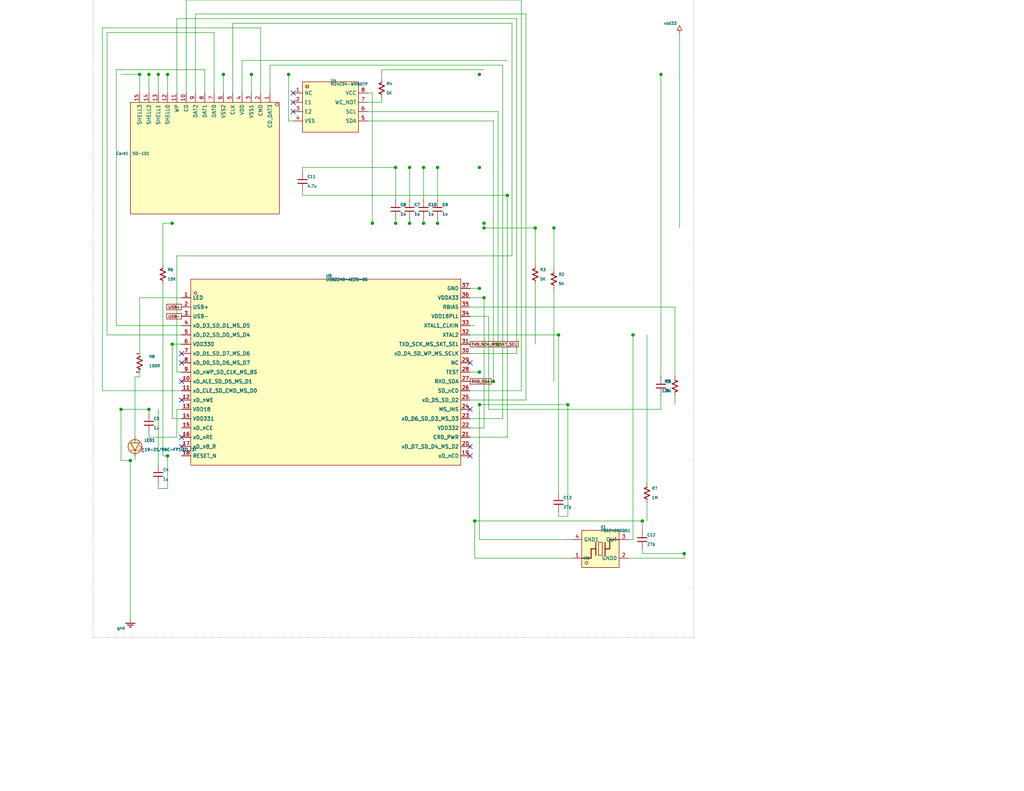
<source format=kicad_sch>
(kicad_sch (version 20230121) (generator jitx)
  (paper "A")
  (wire (pts (xy 73.66 25.4) (xy 73.66 24.13)) (stroke (width 0.127)))
  (wire (pts (xy 71.12 25.4) (xy 71.12 24.13)) (stroke (width 0.127)))
  (wire (pts (xy 68.58 25.4) (xy 68.58 24.13)) (stroke (width 0.127)))
  (wire (pts (xy 66.04 25.4) (xy 66.04 24.13)) (stroke (width 0.127)))
  (wire (pts (xy 63.5 25.4) (xy 63.5 24.13)) (stroke (width 0.127)))
  (wire (pts (xy 60.96 25.4) (xy 60.96 24.13)) (stroke (width 0.127)))
  (wire (pts (xy 58.42 25.4) (xy 58.42 24.13)) (stroke (width 0.127)))
  (wire (pts (xy 55.88 25.4) (xy 55.88 24.13)) (stroke (width 0.127)))
  (wire (pts (xy 53.34 25.4) (xy 53.34 24.13)) (stroke (width 0.127)))
  (wire (pts (xy 50.8 25.4) (xy 50.8 24.13)) (stroke (width 0.127)))
  (wire (pts (xy 48.26 25.4) (xy 48.26 24.13)) (stroke (width 0.127)))
  (wire (pts (xy 45.72 25.4) (xy 45.72 24.13)) (stroke (width 0.127)))
  (wire (pts (xy 43.18 25.4) (xy 43.18 24.13)) (stroke (width 0.127)))
  (wire (pts (xy 40.64 25.4) (xy 40.64 24.13)) (stroke (width 0.127)))
  (wire (pts (xy 38.1 25.4) (xy 38.1 24.13)) (stroke (width 0.127)))
  (wire (pts (xy 29.21 91.44) (xy 49.53 91.44)) (stroke (width 0.127)))
  (wire (pts (xy 29.21 8.89) (xy 58.42 8.89)) (stroke (width 0.127)))
  (wire (pts (xy 58.42 24.13) (xy 58.42 8.89)) (stroke (width 0.127)))
  (wire (pts (xy 29.21 91.44) (xy 29.21 8.89)) (stroke (width 0.127)))
  (wire (pts (xy 44.45 60.96) (xy 132.08 60.96)) (stroke (width 0.127)))
  (wire (pts (xy 128.27 81.28) (xy 132.08 81.28)) (stroke (width 0.127)))
  (wire (pts (xy 46.99 93.98) (xy 49.53 93.98)) (stroke (width 0.127)))
  (wire (pts (xy 46.99 114.3) (xy 49.53 114.3)) (stroke (width 0.127)))
  (wire (pts (xy 128.27 116.84) (xy 132.08 116.84)) (stroke (width 0.127)))
  (wire (pts (xy 104.14 19.05) (xy 132.08 19.05)) (stroke (width 0.127)))
  (wire (pts (xy 100.33 25.4) (xy 101.6 25.4)) (stroke (width 0.127)))
  (wire (pts (xy 185.42 62.23) (xy 185.42 8.89)) (stroke (width 0.127)))
  (wire (pts (xy 151.13 73.66) (xy 151.13 62.23)) (stroke (width 0.127)))
  (wire (pts (xy 146.05 72.39) (xy 146.05 62.23)) (stroke (width 0.127)))
  (wire (pts (xy 132.08 116.84) (xy 132.08 19.05)) (stroke (width 0.127)))
  (wire (pts (xy 119.38 60.96) (xy 119.38 59.69)) (stroke (width 0.127)))
  (wire (pts (xy 115.57 60.96) (xy 115.57 59.69)) (stroke (width 0.127)))
  (wire (pts (xy 111.76 60.96) (xy 111.76 59.69)) (stroke (width 0.127)))
  (wire (pts (xy 107.95 60.96) (xy 107.95 59.69)) (stroke (width 0.127)))
  (wire (pts (xy 104.14 21.59) (xy 104.14 19.05)) (stroke (width 0.127)))
  (wire (pts (xy 101.6 60.96) (xy 101.6 25.4)) (stroke (width 0.127)))
  (wire (pts (xy 46.99 114.3) (xy 46.99 60.96)) (stroke (width 0.127)))
  (wire (pts (xy 44.45 72.39) (xy 44.45 60.96)) (stroke (width 0.127)))
  (wire (pts (xy 132.08 62.23) (xy 185.42 62.23)) (stroke (width 0.127)))
  (wire (pts (xy 128.27 91.44) (xy 176.53 91.44)) (stroke (width 0.127)))
  (wire (pts (xy 171.45 147.32) (xy 172.72 147.32)) (stroke (width 0.127)))
  (wire (pts (xy 176.53 132.08) (xy 176.53 91.44)) (stroke (width 0.127)))
  (wire (pts (xy 172.72 147.32) (xy 172.72 91.44)) (stroke (width 0.127)))
  (wire (pts (xy 152.4 134.62) (xy 152.4 91.44)) (stroke (width 0.127)))
  (wire (pts (xy 48.26 69.85) (xy 139.7 69.85)) (stroke (width 0.127)))
  (wire (pts (xy 48.26 101.6) (xy 49.53 101.6)) (stroke (width 0.127)))
  (wire (pts (xy 63.5 6.35) (xy 139.7 6.35)) (stroke (width 0.127)))
  (wire (pts (xy 139.7 69.85) (xy 139.7 6.35)) (stroke (width 0.127)))
  (wire (pts (xy 63.5 24.13) (xy 63.5 6.35)) (stroke (width 0.127)))
  (wire (pts (xy 48.26 101.6) (xy 48.26 69.85)) (stroke (width 0.127)))
  (wire (pts (xy 44.45 124.46) (xy 49.53 124.46)) (stroke (width 0.127)))
  (wire (pts (xy 43.18 133.35) (xy 45.72 133.35)) (stroke (width 0.127)))
  (wire (pts (xy 45.72 133.35) (xy 45.72 124.46)) (stroke (width 0.127)))
  (wire (pts (xy 44.45 124.46) (xy 44.45 77.47)) (stroke (width 0.127)))
  (wire (pts (xy 43.18 133.35) (xy 43.18 132.08)) (stroke (width 0.127)))
  (wire (pts (xy 128.27 114.3) (xy 137.16 114.3)) (stroke (width 0.127)))
  (wire (pts (xy 73.66 17.78) (xy 137.16 17.78)) (stroke (width 0.127)))
  (wire (pts (xy 137.16 114.3) (xy 137.16 17.78)) (stroke (width 0.127)))
  (wire (pts (xy 73.66 24.13) (xy 73.66 17.78)) (stroke (width 0.127)))
  (wire (pts (xy 128.27 88.9) (xy 129.54 88.9)) (stroke (width 0.127)))
  (wire (pts (xy 129.54 142.24) (xy 176.53 142.24)) (stroke (width 0.127)))
  (wire (pts (xy 129.54 152.4) (xy 156.21 152.4)) (stroke (width 0.127)))
  (wire (pts (xy 176.53 142.24) (xy 176.53 137.16)) (stroke (width 0.127)))
  (wire (pts (xy 175.26 144.78) (xy 175.26 142.24)) (stroke (width 0.127)))
  (wire (pts (xy 129.54 152.4) (xy 129.54 88.9)) (stroke (width 0.127)))
  (wire (pts (xy 27.94 106.68) (xy 49.53 106.68)) (stroke (width 0.127)))
  (wire (pts (xy 27.94 7.62) (xy 71.12 7.62)) (stroke (width 0.127)))
  (wire (pts (xy 71.12 24.13) (xy 71.12 7.62)) (stroke (width 0.127)))
  (wire (pts (xy 27.94 106.68) (xy 27.94 7.62)) (stroke (width 0.127)))
  (wire (pts (xy 78.74 33.02) (xy 80.01 33.02)) (stroke (width 0.127)))
  (wire (pts (xy 82.55 45.72) (xy 130.81 45.72)) (stroke (width 0.127)))
  (wire (pts (xy 128.27 78.74) (xy 130.81 78.74)) (stroke (width 0.127)))
  (wire (pts (xy 33.02 111.76) (xy 43.18 111.76)) (stroke (width 0.127)))
  (wire (pts (xy 128.27 101.6) (xy 130.81 101.6)) (stroke (width 0.127)))
  (wire (pts (xy 130.81 110.49) (xy 184.15 110.49)) (stroke (width 0.127)))
  (wire (pts (xy 33.02 125.73) (xy 36.83 125.73)) (stroke (width 0.127)))
  (wire (pts (xy 152.4 140.97) (xy 154.94 140.97)) (stroke (width 0.127)))
  (wire (pts (xy 130.81 147.32) (xy 156.21 147.32)) (stroke (width 0.127)))
  (wire (pts (xy 175.26 151.13) (xy 186.69 151.13)) (stroke (width 0.127)))
  (wire (pts (xy 171.45 152.4) (xy 186.69 152.4)) (stroke (width 0.127)))
  (wire (pts (xy 33.02 20.32) (xy 186.69 20.32)) (stroke (width 0.127)))
  (wire (pts (xy 186.69 152.4) (xy 186.69 20.32)) (stroke (width 0.127)))
  (wire (pts (xy 184.15 110.49) (xy 184.15 107.95)) (stroke (width 0.127)))
  (wire (pts (xy 180.34 102.87) (xy 180.34 20.32)) (stroke (width 0.127)))
  (wire (pts (xy 175.26 151.13) (xy 175.26 149.86)) (stroke (width 0.127)))
  (wire (pts (xy 154.94 140.97) (xy 154.94 110.49)) (stroke (width 0.127)))
  (wire (pts (xy 152.4 140.97) (xy 152.4 139.7)) (stroke (width 0.127)))
  (wire (pts (xy 130.81 147.32) (xy 130.81 20.32)) (stroke (width 0.127)))
  (wire (pts (xy 119.38 54.61) (xy 119.38 45.72)) (stroke (width 0.127)))
  (wire (pts (xy 115.57 54.61) (xy 115.57 45.72)) (stroke (width 0.127)))
  (wire (pts (xy 111.76 54.61) (xy 111.76 45.72)) (stroke (width 0.127)))
  (wire (pts (xy 107.95 54.61) (xy 107.95 45.72)) (stroke (width 0.127)))
  (wire (pts (xy 82.55 46.99) (xy 82.55 45.72)) (stroke (width 0.127)))
  (wire (pts (xy 78.74 33.02) (xy 78.74 20.32)) (stroke (width 0.127)))
  (wire (pts (xy 68.58 24.13) (xy 68.58 20.32)) (stroke (width 0.127)))
  (wire (pts (xy 60.96 24.13) (xy 60.96 20.32)) (stroke (width 0.127)))
  (wire (pts (xy 45.72 24.13) (xy 45.72 20.32)) (stroke (width 0.127)))
  (wire (pts (xy 43.18 24.13) (xy 43.18 20.32)) (stroke (width 0.127)))
  (wire (pts (xy 43.18 127.0) (xy 43.18 111.76)) (stroke (width 0.127)))
  (wire (pts (xy 40.64 24.13) (xy 40.64 20.32)) (stroke (width 0.127)))
  (wire (pts (xy 40.64 113.03) (xy 40.64 111.76)) (stroke (width 0.127)))
  (wire (pts (xy 38.1 24.13) (xy 38.1 20.32)) (stroke (width 0.127)))
  (wire (pts (xy 36.83 125.73) (xy 36.83 124.46)) (stroke (width 0.127)))
  (wire (pts (xy 35.56 168.91) (xy 35.56 125.73)) (stroke (width 0.127)))
  (wire (pts (xy 33.02 125.73) (xy 33.02 20.32)) (stroke (width 0.127)))
  (wire (pts (xy 128.27 83.82) (xy 184.15 83.82)) (stroke (width 0.127)))
  (wire (pts (xy 184.15 102.87) (xy 184.15 83.82)) (stroke (width 0.127)))
  (wire (pts (xy 100.33 33.02) (xy 134.62 33.02)) (stroke (width 0.127)))
  (wire (pts (xy 128.27 104.14) (xy 151.13 104.14)) (stroke (width 0.127)))
  (wire (pts (xy 151.13 104.14) (xy 151.13 78.74)) (stroke (width 0.127)))
  (wire (pts (xy 134.62 104.14) (xy 134.62 33.02)) (stroke (width 0.127)))
  (wire (pts (xy 38.1 81.28) (xy 49.53 81.28)) (stroke (width 0.127)))
  (wire (pts (xy 38.1 96.52) (xy 38.1 81.28)) (stroke (width 0.127)))
  (wire (pts (xy 128.27 96.52) (xy 140.97 96.52)) (stroke (width 0.127)))
  (wire (pts (xy 48.26 5.08) (xy 140.97 5.08)) (stroke (width 0.127)))
  (wire (pts (xy 140.97 96.52) (xy 140.97 5.08)) (stroke (width 0.127)))
  (wire (pts (xy 48.26 24.13) (xy 48.26 5.08)) (stroke (width 0.127)))
  (wire (pts (xy 128.27 86.36) (xy 133.35 86.36)) (stroke (width 0.127)))
  (wire (pts (xy 133.35 111.76) (xy 180.34 111.76)) (stroke (width 0.127)))
  (wire (pts (xy 180.34 111.76) (xy 180.34 107.95)) (stroke (width 0.127)))
  (wire (pts (xy 133.35 111.76) (xy 133.35 86.36)) (stroke (width 0.127)))
  (wire (pts (xy 128.27 106.68) (xy 142.24 106.68)) (stroke (width 0.127)))
  (wire (pts (xy 50.8 0.0) (xy 142.24 0.0)) (stroke (width 0.127)))
  (wire (pts (xy 142.24 106.68) (xy 142.24 0.0)) (stroke (width 0.127)))
  (wire (pts (xy 50.8 24.13) (xy 50.8 0.0)) (stroke (width 0.127)))
  (wire (pts (xy 36.83 102.87) (xy 38.1 102.87)) (stroke (width 0.127)))
  (wire (pts (xy 38.1 102.87) (xy 38.1 101.6)) (stroke (width 0.127)))
  (wire (pts (xy 36.83 119.38) (xy 36.83 102.87)) (stroke (width 0.127)))
  (wire (pts (xy 82.55 53.34) (xy 138.43 53.34)) (stroke (width 0.127)))
  (wire (pts (xy 128.27 119.38) (xy 138.43 119.38)) (stroke (width 0.127)))
  (wire (pts (xy 66.04 16.51) (xy 138.43 16.51)) (stroke (width 0.127)))
  (wire (pts (xy 138.43 119.38) (xy 138.43 16.51)) (stroke (width 0.127)))
  (wire (pts (xy 82.55 53.34) (xy 82.55 52.07)) (stroke (width 0.127)))
  (wire (pts (xy 66.04 24.13) (xy 66.04 16.51)) (stroke (width 0.127)))
  (wire (pts (xy 128.27 109.22) (xy 143.51 109.22)) (stroke (width 0.127)))
  (wire (pts (xy 53.34 3.81) (xy 143.51 3.81)) (stroke (width 0.127)))
  (wire (pts (xy 143.51 109.22) (xy 143.51 3.81)) (stroke (width 0.127)))
  (wire (pts (xy 53.34 24.13) (xy 53.34 3.81)) (stroke (width 0.127)))
  (wire (pts (xy 100.33 30.48) (xy 135.89 30.48)) (stroke (width 0.127)))
  (wire (pts (xy 128.27 93.98) (xy 146.05 93.98)) (stroke (width 0.127)))
  (wire (pts (xy 146.05 93.98) (xy 146.05 77.47)) (stroke (width 0.127)))
  (wire (pts (xy 135.89 93.98) (xy 135.89 30.48)) (stroke (width 0.127)))
  (wire (pts (xy 48.26 111.76) (xy 49.53 111.76)) (stroke (width 0.127)))
  (wire (pts (xy 40.64 119.38) (xy 48.26 119.38)) (stroke (width 0.127)))
  (wire (pts (xy 48.26 119.38) (xy 48.26 111.76)) (stroke (width 0.127)))
  (wire (pts (xy 40.64 119.38) (xy 40.64 118.11)) (stroke (width 0.127)))
  (wire (pts (xy 31.75 88.9) (xy 49.53 88.9)) (stroke (width 0.127)))
  (wire (pts (xy 31.75 19.05) (xy 55.88 19.05)) (stroke (width 0.127)))
  (wire (pts (xy 55.88 24.13) (xy 55.88 19.05)) (stroke (width 0.127)))
  (wire (pts (xy 31.75 88.9) (xy 31.75 19.05)) (stroke (width 0.127)))
  (wire (pts (xy 100.33 27.94) (xy 104.14 27.94)) (stroke (width 0.127)))
  (wire (pts (xy 104.14 27.94) (xy 104.14 26.67)) (stroke (width 0.127)))
  (polyline (pts (xy 25.4 -2.54) (xy 189.23 -2.54)) (stroke (width 0.127) (type dot)))
  (polyline (pts (xy 25.4 173.99) (xy 189.23 173.99)) (stroke (width 0.127) (type dot)))
  (polyline (pts (xy 25.4 173.99) (xy 25.4 -2.54)) (stroke (width 0.127) (type dot)))
  (polyline (pts (xy 189.23 173.99) (xy 189.23 -2.54)) (stroke (width 0.127) (type dot)))
  (junction (at 132.08 60.96) (diameter 0.762))
  (junction (at 119.38 60.96) (diameter 0.762))
  (junction (at 115.57 60.96) (diameter 0.762))
  (junction (at 111.76 60.96) (diameter 0.762))
  (junction (at 107.95 60.96) (diameter 0.762))
  (junction (at 101.6 60.96) (diameter 0.762))
  (junction (at 46.99 60.96) (diameter 0.762))
  (junction (at 132.08 81.28) (diameter 0.762))
  (junction (at 46.99 93.98) (diameter 0.762))
  (junction (at 151.13 62.23) (diameter 0.762))
  (junction (at 146.05 62.23) (diameter 0.762))
  (junction (at 132.08 62.23) (diameter 0.762))
  (junction (at 172.72 91.44) (diameter 0.762))
  (junction (at 152.4 91.44) (diameter 0.762))
  (junction (at 45.72 124.46) (diameter 0.762))
  (junction (at 175.26 142.24) (diameter 0.762))
  (junction (at 129.54 142.24) (diameter 0.762))
  (junction (at 130.81 45.72) (diameter 0.762))
  (junction (at 119.38 45.72) (diameter 0.762))
  (junction (at 115.57 45.72) (diameter 0.762))
  (junction (at 111.76 45.72) (diameter 0.762))
  (junction (at 107.95 45.72) (diameter 0.762))
  (junction (at 130.81 78.74) (diameter 0.762))
  (junction (at 40.64 111.76) (diameter 0.762))
  (junction (at 33.02 111.76) (diameter 0.762))
  (junction (at 130.81 101.6) (diameter 0.762))
  (junction (at 154.94 110.49) (diameter 0.762))
  (junction (at 130.81 110.49) (diameter 0.762))
  (junction (at 35.56 125.73) (diameter 0.762))
  (junction (at 186.69 151.13) (diameter 0.762))
  (junction (at 180.34 20.32) (diameter 0.762))
  (junction (at 130.81 20.32) (diameter 0.762))
  (junction (at 78.74 20.32) (diameter 0.762))
  (junction (at 68.58 20.32) (diameter 0.762))
  (junction (at 60.96 20.32) (diameter 0.762))
  (junction (at 45.72 20.32) (diameter 0.762))
  (junction (at 43.18 20.32) (diameter 0.762))
  (junction (at 40.64 20.32) (diameter 0.762))
  (junction (at 38.1 20.32) (diameter 0.762))
  (junction (at 134.62 104.14) (diameter 0.762))
  (junction (at 138.43 53.34) (diameter 0.762))
  (junction (at 135.89 93.98) (diameter 0.762))
  (no_connect (at 80.01 25.4))
  (no_connect (at 80.01 27.94))
  (no_connect (at 80.01 30.48))
  (no_connect (at 49.53 96.52))
  (no_connect (at 49.53 99.06))
  (no_connect (at 49.53 104.14))
  (no_connect (at 49.53 109.22))
  (no_connect (at 49.53 119.38))
  (no_connect (at 49.53 121.92))
  (no_connect (at 128.27 124.46))
  (no_connect (at 128.27 121.92))
  (no_connect (at 128.27 111.76))
  (no_connect (at 128.27 99.06))
  (global_label "USB-" (shape passive) (at 49.53 86.36 180) (effects (font (size 0.762 0.762))))
  (global_label "TXD_SCK_MS_SKT_SEL" (shape passive) (at 128.27 93.98 0) (effects (font (size 0.762 0.762))))
  (global_label "RXD_SDA" (shape passive) (at 128.27 104.14 0) (effects (font (size 0.762 0.762))))
  (global_label "USB+" (shape passive) (at 49.53 83.82 180) (effects (font (size 0.762 0.762))))
  (label "data" (at 25.4 -2.54 0) (effects (font (size 0.762 0.762))))
  (symbol (lib_id "C174142") (at 38.1 99.06 0.0) (unit 1)
    (property "Reference" "R8" (at 40.64 97.79 0.0) (effects (font (size 0.762 0.762)) (justify left bottom)))
    (property "Value" "100R" (at 40.64 100.33 0.0) (effects (font (size 0.762 0.762)) (justify left bottom)))
    (property "Footprint" "jitx-design:R0402" (effects hide))
    (property "Datasheet" "https://datasheet.lcsc.com/lcsc/1810251713_HKR-Hong-Kong-Resistors-RCT02100RJLF_C174142.pdf" (effects hide))
    (property "Name" "status-led_ballast-res" (effects hide))
    (property "Description" "62.5mW ±5% 100Ω 0402  Chip Resistor - Surface Mount ROHS" (effects hide))
    (property "Manufacturer" "HKR(Hong Kong Resistors)" (effects hide))
    (property "MPN" "RCT02100RJLF" (effects hide))
    (property "Reference-prefix" "R" (effects hide))
    (property "LCSC" "C174142" (effects hide))
  )
  (symbol (lib_id "my_capacitor_3") (at 152.4 137.16 0.0) (unit 1)
    (property "Reference" "C13" (at 153.67 135.89 0.0) (effects (font (size 0.762 0.762)) (justify left)))
    (property "Value" "27p" (at 153.67 138.43 0.0) (effects (font (size 0.762 0.762)) (justify left)))
    (property "Footprint" "jitx-design:Pkg0402_4" (effects hide))
    (property "Datasheet" "https://api.kemet.com/component-edge/download/datasheet/C0402C270J5GACTU.pdf" (effects hide))
    (property "Name" "media-controller_cap" (effects hide))
    (property "Manufacturer" "KEMET" (effects hide))
    (property "MPN" "C0402C270J5GACTU" (effects hide))
    (property "Reference-prefix" "C" (effects hide))
    (property "LCSC" "C2169825" (effects hide))
  )
  (symbol (lib_id "C118280") (at 90.17 29.21 0.0) (unit 1)
    (property "Reference" "U4" (at 90.17 22.3999923799848 0.0) (effects (font (size 0.762 0.762)) (justify left bottom)))
    (property "Value" "M24C04-WMN6TP" (at 90.17 23.3999923799848 0.0) (effects (font (size 0.762 0.762)) (justify left bottom)))
    (property "Footprint" "jitx-design:SOIC_8_L4_9_W3_9_P1_27_LS6_0_BL" (effects hide))
    (property "Datasheet" "https://datasheet.lcsc.com/lcsc/1809151914_STMicroelectronics-M24C04-WMN6TP_C118280.pdf" (effects hide))
    (property "Name" "eeprom_eeprom" (effects hide))
    (property "Description" "4Kbit I2C SOIC-8  EEPROM ROHS" (effects hide))
    (property "Manufacturer" "STMicroelectronics" (effects hide))
    (property "MPN" "M24C04-WMN6TP" (effects hide))
    (property "Reference-prefix" "U" (effects hide))
    (property "LCSC" "C118280" (effects hide))
  )
  (symbol (lib_id "my_resistor_3") (at 176.53 134.62 0.0) (unit 1)
    (property "Reference" "R7" (at 177.8 133.35 0.0) (effects (font (size 0.762 0.762)) (justify left)))
    (property "Value" "1M" (at 177.8 135.89 0.0) (effects (font (size 0.762 0.762)) (justify left)))
    (property "Footprint" "jitx-design:Pkg0402" (effects hide))
    (property "Datasheet" "http://www.calchipelectronics.com/pdf/rm_series.pdf" (effects hide))
    (property "Name" "media-controller_rid" (effects hide))
    (property "Description" "RES SMD 1M OHM 1% 1/16W 0402" (effects hide))
    (property "Manufacturer" "CAL-CHIP ELECTRONICS, INC." (effects hide))
    (property "MPN" "RM04F1004CT" (effects hide))
    (property "Reference-prefix" "R" (effects hide))
    (property "LCSC" "C4148816" (effects hide))
  )
  (symbol (lib_id "my_capacitor_2") (at 82.55 49.53 0.0) (unit 1)
    (property "Reference" "C11" (at 83.82 48.26 0.0) (effects (font (size 0.762 0.762)) (justify left)))
    (property "Value" "4.7u" (at 83.82 50.8 0.0) (effects (font (size 0.762 0.762)) (justify left)))
    (property "Footprint" "jitx-design:Pkg0402_1" (effects hide))
    (property "Datasheet" "http://www.calchipelectronics.com/pdf/gmc_series.pdf" (effects hide))
    (property "Name" "media-controller_cap" (effects hide))
    (property "Manufacturer" "CAL-CHIP ELECTRONICS, INC." (effects hide))
    (property "MPN" "GMC04X5R475M6R3NT" (effects hide))
    (property "Reference-prefix" "C" (effects hide))
    (property "LCSC" "C3880325" (effects hide))
  )
  (symbol (lib_id "my_capacitor_4") (at 111.76 57.15 0.0) (unit 1)
    (property "Reference" "C7" (at 113.03 55.88 0.0) (effects (font (size 0.762 0.762)) (justify left)))
    (property "Value" "1u" (at 113.03 58.42 0.0) (effects (font (size 0.762 0.762)) (justify left)))
    (property "Footprint" "jitx-design:Pkg0402_4" (effects hide))
    (property "Datasheet" "https://page.venkel.com/hubfs/Resources/Datasheets/C-Series.pdf" (effects hide))
    (property "Name" "media-controller_cap" (effects hide))
    (property "Manufacturer" "Venkel" (effects hide))
    (property "MPN" "C0402X5R250-105MNP" (effects hide))
    (property "Reference-prefix" "C" (effects hide))
    (property "LCSC" "C3853687" (effects hide))
  )
  (symbol (lib_id "my_resistor") (at 44.45 74.93 0.0) (unit 1)
    (property "Reference" "R6" (at 45.72 73.66 0.0) (effects (font (size 0.762 0.762)) (justify left)))
    (property "Value" "10K" (at 45.72 76.2 0.0) (effects (font (size 0.762 0.762)) (justify left)))
    (property "Footprint" "jitx-design:Pkg0402_2" (effects hide))
    (property "Datasheet" "https://page.venkel.com/hubfs/Resources/Datasheets/TFCR-Series.pdf" (effects hide))
    (property "Name" "media-controller_rid" (effects hide))
    (property "Description" "RES 10K OHM 1% 1/16W 0402" (effects hide))
    (property "Manufacturer" "Venkel" (effects hide))
    (property "MPN" "TFCR0402-16W-E-1002FT" (effects hide))
    (property "Reference-prefix" "R" (effects hide))
    (property "LCSC" "C4101506" (effects hide))
  )
  (symbol (lib_id "my_resistor_4") (at 104.14 24.13 0.0) (unit 1)
    (property "Reference" "R4" (at 105.41 22.86 0.0) (effects (font (size 0.762 0.762)) (justify left)))
    (property "Value" "5K" (at 105.41 25.4 0.0) (effects (font (size 0.762 0.762)) (justify left)))
    (property "Footprint" "jitx-design:Pkg0402" (effects hide))
    (property "Datasheet" "https://www.yageo.com/upload/media/product/productsearch/datasheet/rchip/PYu-RC_Group_51_RoHS_L_11.pdf" (effects hide))
    (property "Name" "eeprom_rid" (effects hide))
    (property "Description" "RES SMD 5K OHM 1% 1/16W 0402" (effects hide))
    (property "Manufacturer" "YAGEO" (effects hide))
    (property "MPN" "RC0402FR-075KL" (effects hide))
    (property "Reference-prefix" "R" (effects hide))
    (property "LCSC" "C477765" (effects hide))
  )
  (symbol (lib_id "my_capacitor_12") (at 175.26 147.32 0.0) (unit 1)
    (property "Reference" "C12" (at 176.53 146.05 0.0) (effects (font (size 0.762 0.762)) (justify left)))
    (property "Value" "27p" (at 176.53 148.59 0.0) (effects (font (size 0.762 0.762)) (justify left)))
    (property "Footprint" "jitx-design:Pkg0402_4" (effects hide))
    (property "Datasheet" "https://api.kemet.com/component-edge/download/datasheet/C0402C270J5GACTU.pdf" (effects hide))
    (property "Name" "media-controller_cap" (effects hide))
    (property "Manufacturer" "KEMET" (effects hide))
    (property "MPN" "C0402C270J5GACTU" (effects hide))
    (property "Reference-prefix" "C" (effects hide))
    (property "LCSC" "C2169825" (effects hide))
  )
  (symbol (lib_id "my_capacitor_11") (at 115.57 57.15 0.0) (unit 1)
    (property "Reference" "C10" (at 116.84 55.88 0.0) (effects (font (size 0.762 0.762)) (justify left)))
    (property "Value" "1u" (at 116.84 58.42 0.0) (effects (font (size 0.762 0.762)) (justify left)))
    (property "Footprint" "jitx-design:Pkg0402_4" (effects hide))
    (property "Datasheet" "https://page.venkel.com/hubfs/Resources/Datasheets/C-Series.pdf" (effects hide))
    (property "Name" "media-controller_cap" (effects hide))
    (property "Manufacturer" "Venkel" (effects hide))
    (property "MPN" "C0402X5R250-105MNP" (effects hide))
    (property "Reference-prefix" "C" (effects hide))
    (property "LCSC" "C3853687" (effects hide))
  )
  (symbol (lib_id "my_capacitor") (at 180.34 105.41 0.0) (unit 1)
    (property "Reference" "C6" (at 181.61 104.14 0.0) (effects (font (size 0.762 0.762)) (justify left)))
    (property "Value" "1u" (at 181.61 106.68 0.0) (effects (font (size 0.762 0.762)) (justify left)))
    (property "Footprint" "jitx-design:Pkg0402_4" (effects hide))
    (property "Datasheet" "https://search.murata.co.jp/Ceramy/image/img/A01X/G101/ENG/GRM155C81E105ME11-01.pdf" (effects hide))
    (property "Name" "media-controller_cap" (effects hide))
    (property "Manufacturer" "Murata Electronics" (effects hide))
    (property "MPN" "GRM155C81E105ME11D" (effects hide))
    (property "Reference-prefix" "C" (effects hide))
    (property "LCSC" "C783277" (effects hide))
  )
  (symbol (lib_id "my_resistor_6") (at 184.15 105.41 180.0) (unit 1)
    (property "Reference" "R5" (at 182.88 104.14 0.0) (effects (font (size 0.762 0.762)) (justify left)))
    (property "Value" "12K" (at 182.88 106.68 0.0) (effects (font (size 0.762 0.762)) (justify left)))
    (property "Footprint" "jitx-design:Pkg0402_3" (effects hide))
    (property "Datasheet" "https://www.yageo.com/upload/media/product/productsearch/datasheet/rchip/PYu-AF_51_RoHS_L_6.pdf" (effects hide))
    (property "Name" "media-controller_rid" (effects hide))
    (property "Description" "RES SMD 12K OHM 1% 1/16W 0402" (effects hide))
    (property "Manufacturer" "YAGEO" (effects hide))
    (property "MPN" "AF0402FR-0712KL" (effects hide))
    (property "Reference-prefix" "R" (effects hide))
    (property "LCSC" "C1882582" (effects hide))
  )
  (symbol (lib_id "C633328") (at 88.9 101.6 0.0) (unit 1)
    (property "Reference" "U5" (at 88.9 75.7399542799085 0.0) (effects (font (size 0.762 0.762)) (justify left bottom)))
    (property "Value" "USB2240-AEZG-06" (at 88.9 76.7399542799085 0.0) (effects (font (size 0.762 0.762)) (justify left bottom)))
    (property "Footprint" "jitx-design:QFN_36_L6_0_W6_0_P0_50_TL_EP4_1" (effects hide))
    (property "Datasheet" "https://datasheet.lcsc.com/lcsc/2202140030_Microchip-Tech-USB2240-AEZG-06_C633328.pdf" (effects hide))
    (property "Name" "media-controller_usb2240" (effects hide))
    (property "Description" " QFN-36-EP(6x6)  Interface - Specialized ROHS" (effects hide))
    (property "Manufacturer" "Microchip Tech" (effects hide))
    (property "MPN" "USB2240-AEZG-06" (effects hide))
    (property "Reference-prefix" "U" (effects hide))
    (property "LCSC" "C633328" (effects hide))
  )
  (symbol (lib_id "my_resistor_2") (at 146.05 74.93 0.0) (unit 1)
    (property "Reference" "R3" (at 147.32 73.66 0.0) (effects (font (size 0.762 0.762)) (justify left)))
    (property "Value" "5K" (at 147.32 76.2 0.0) (effects (font (size 0.762 0.762)) (justify left)))
    (property "Footprint" "jitx-design:Pkg0402" (effects hide))
    (property "Datasheet" "https://www.yageo.com/upload/media/product/productsearch/datasheet/rchip/PYu-RC_Group_51_RoHS_L_11.pdf" (effects hide))
    (property "Name" "eeprom_rid" (effects hide))
    (property "Description" "RES SMD 5K OHM 1% 1/16W 0402" (effects hide))
    (property "Manufacturer" "YAGEO" (effects hide))
    (property "MPN" "RC0402FR-075KL" (effects hide))
    (property "Reference-prefix" "R" (effects hide))
    (property "LCSC" "C477765" (effects hide))
  )
  (symbol (lib_id "LED_maker_ROYGBIV") (at 36.83 121.92 0.0) (unit 1)
    (property "Reference" "LED1" (at 39.37 120.65 0.0) (effects (font (size 0.762 0.762)) (justify left bottom)))
    (property "Value" "19-21/R6C-FP1Q2L/3T" (at 39.37 123.19 0.0) (effects (font (size 0.762 0.762)) (justify left bottom)))
    (property "Footprint" "jitx-design:Pkg0603" (effects hide))
    (property "Name" "status-led_led" (effects hide))
    (property "Description" "Everlight Elec 0603 various color SMD LEDs" (effects hide))
    (property "Manufacturer" "Everlight Elec" (effects hide))
    (property "MPN" "19-21/R6C-FP1Q2L/3T" (effects hide))
    (property "Reference-prefix" "LED" (effects hide))
    (property "LCSC" "C93128" (effects hide))
  )
  (symbol (lib_id "C266601") (at 55.88 41.91 270.0) (unit 1)
    (property "Reference" "Card1" (at 35.0999644399289 41.91 90.0) (effects (font (size 0.762 0.762)) (justify right)))
    (property "Value" "SD-101" (at 36.0999644399289 41.91 90.0) (effects (font (size 0.762 0.762)) (justify left)))
    (property "Footprint" "jitx-design:SD_SMD_SD_101" (effects hide))
    (property "Datasheet" "https://datasheet.lcsc.com/lcsc/2109061830_XUNPU-SD-101_C266601.pdf" (effects hide))
    (property "Name" "sd-connector_sd" (effects hide))
    (property "Description" "-25℃~+85℃ 2.8mm silver Deck Standard SD card 260℃ C5191 Pluggable SMD  SD Card Connectors ROHS" (effects hide))
    (property "Manufacturer" "XUNPU" (effects hide))
    (property "MPN" "SD-101" (effects hide))
    (property "Reference-prefix" "Card" (effects hide))
    (property "LCSC" "C266601" (effects hide))
  )
  (symbol (lib_id "C654991") (at 163.83 149.86 0.0) (unit 1)
    (property "Reference" "X1" (at 163.83 144.31999491999 0.0) (effects (font (size 0.762 0.762)) (justify left bottom)))
    (property "Value" "7B024000Q01" (at 163.83 145.31999491999 0.0) (effects (font (size 0.762 0.762)) (justify left bottom)))
    (property "Footprint" "jitx-design:CRYSTAL_SMD_4P_L3_2_W2_5_BL" (effects hide))
    (property "Datasheet" "https://datasheet.lcsc.com/lcsc/2202231530_HD-7B024000Q01_C654991.pdf" (effects hide))
    (property "Name" "media-controller_xtal" (effects hide))
    (property "Description" "24MHz SMD Crystal Resonator 18pF ±10ppm ±20ppm SMD3225-4P  Crystals ROHS" (effects hide))
    (property "Manufacturer" "HD" (effects hide))
    (property "MPN" "7B024000Q01" (effects hide))
    (property "Reference-prefix" "X" (effects hide))
    (property "LCSC" "C654991" (effects hide))
  )
  (symbol (lib_id "my_capacitor_8") (at 119.38 57.15 0.0) (unit 1)
    (property "Reference" "C9" (at 120.65 55.88 0.0) (effects (font (size 0.762 0.762)) (justify left)))
    (property "Value" "1u" (at 120.65 58.42 0.0) (effects (font (size 0.762 0.762)) (justify left)))
    (property "Footprint" "jitx-design:Pkg0402_4" (effects hide))
    (property "Datasheet" "https://page.venkel.com/hubfs/Resources/Datasheets/C-Series.pdf" (effects hide))
    (property "Name" "media-controller_cap" (effects hide))
    (property "Manufacturer" "Venkel" (effects hide))
    (property "MPN" "C0402X5R250-105MNP" (effects hide))
    (property "Reference-prefix" "C" (effects hide))
    (property "LCSC" "C3853687" (effects hide))
  )
  (symbol (lib_id "my_capacitor_9") (at 40.64 115.57 0.0) (unit 1)
    (property "Reference" "C5" (at 41.91 114.3 0.0) (effects (font (size 0.762 0.762)) (justify left)))
    (property "Value" "1u" (at 41.91 116.84 0.0) (effects (font (size 0.762 0.762)) (justify left)))
    (property "Footprint" "jitx-design:Pkg0402_4" (effects hide))
    (property "Datasheet" "https://search.murata.co.jp/Ceramy/image/img/A01X/G101/ENG/GRM155C81E105ME11-01.pdf" (effects hide))
    (property "Name" "media-controller_cap" (effects hide))
    (property "Manufacturer" "Murata Electronics" (effects hide))
    (property "MPN" "GRM155C81E105ME11D" (effects hide))
    (property "Reference-prefix" "C" (effects hide))
    (property "LCSC" "C783277" (effects hide))
  )
  (symbol (lib_id "my_resistor_1") (at 151.13 76.2 0.0) (unit 1)
    (property "Reference" "R2" (at 152.4 74.93 0.0) (effects (font (size 0.762 0.762)) (justify left)))
    (property "Value" "5K" (at 152.4 77.47 0.0) (effects (font (size 0.762 0.762)) (justify left)))
    (property "Footprint" "jitx-design:Pkg0402" (effects hide))
    (property "Datasheet" "https://www.yageo.com/upload/media/product/productsearch/datasheet/rchip/PYu-RC_Group_51_RoHS_L_11.pdf" (effects hide))
    (property "Name" "eeprom_rid" (effects hide))
    (property "Description" "RES SMD 5K OHM 1% 1/16W 0402" (effects hide))
    (property "Manufacturer" "YAGEO" (effects hide))
    (property "MPN" "RC0402FR-075KL" (effects hide))
    (property "Reference-prefix" "R" (effects hide))
    (property "LCSC" "C477765" (effects hide))
  )
  (symbol (lib_id "my_capacitor_6") (at 107.95 57.15 0.0) (unit 1)
    (property "Reference" "C8" (at 109.22 55.88 0.0) (effects (font (size 0.762 0.762)) (justify left)))
    (property "Value" "1u" (at 109.22 58.42 0.0) (effects (font (size 0.762 0.762)) (justify left)))
    (property "Footprint" "jitx-design:Pkg0402_4" (effects hide))
    (property "Datasheet" "https://page.venkel.com/hubfs/Resources/Datasheets/C-Series.pdf" (effects hide))
    (property "Name" "media-controller_cap" (effects hide))
    (property "Manufacturer" "Venkel" (effects hide))
    (property "MPN" "C0402X5R250-105MNP" (effects hide))
    (property "Reference-prefix" "C" (effects hide))
    (property "LCSC" "C3853687" (effects hide))
  )
  (symbol (lib_id "my_capacitor_7") (at 43.18 129.54 0.0) (unit 1)
    (property "Reference" "C4" (at 44.45 128.27 0.0) (effects (font (size 0.762 0.762)) (justify left)))
    (property "Value" "1u" (at 44.45 130.81 0.0) (effects (font (size 0.762 0.762)) (justify left)))
    (property "Footprint" "jitx-design:Pkg0402_4" (effects hide))
    (property "Datasheet" "https://ds.yuden.co.jp/TYCOMPAS/ut/detail?pn=EMK105BJ105KV-F  &u=M" (effects hide))
    (property "Name" "media-controller_cap" (effects hide))
    (property "Manufacturer" "Taiyo Yuden" (effects hide))
    (property "MPN" "EMK105BJ105KV-F" (effects hide))
    (property "Reference-prefix" "C" (effects hide))
    (property "LCSC" "C92755" (effects hide))
  )
  (symbol (lib_id "vdd33") (at 185.42 8.89 0.0) (unit 1)
    (property "Reference" "#PWR?" (effects hide))
    (property "Value" "vdd33" (at 182.88 6.35 0.0) (effects (font (size 0.762 0.762))))
  )
  (symbol (lib_id "gnd") (at 35.56 168.91 0.0) (unit 1)
    (property "Reference" "#PWR?" (effects hide))
    (property "Value" "gnd" (at 33.02 171.45 0.0) (effects (font (size 0.762 0.762))))
  )
)
</source>
